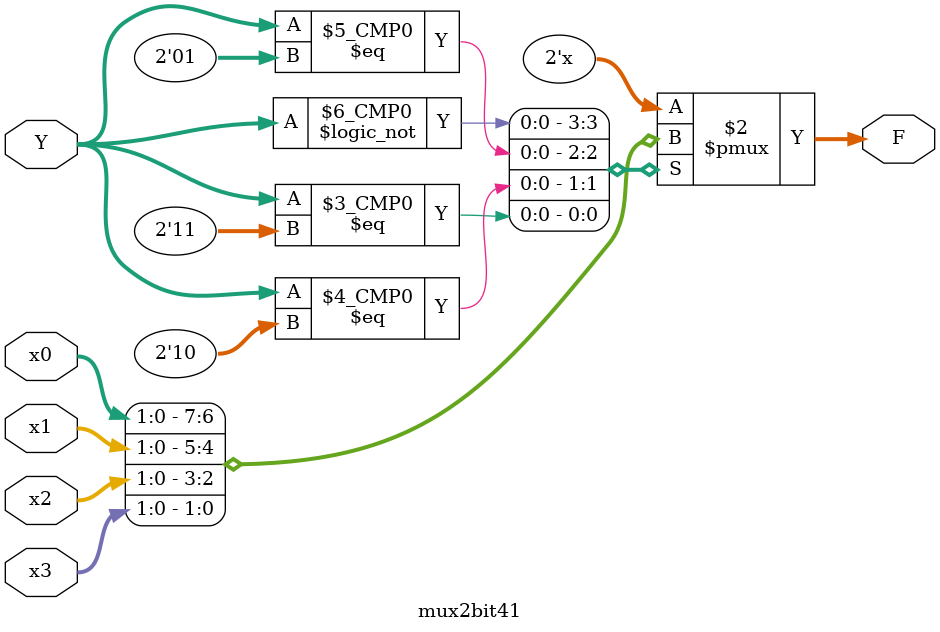
<source format=v>
module mux2bit41(
	input	wire [1:0] x0,
	input	wire [1:0] x1,
	input	wire [1:0] x2,
	input	wire [1:0] x3,
	input	wire [1:0] Y,
	output	reg  [1:0] F
);

always@(*)
	case (Y) 
		2'b00: F = x0;
		2'b01: F = x1;
		2'b10: F = x2;
		2'b11: F = x3;
	default: F = 2'b00;
	endcase


endmodule

</source>
